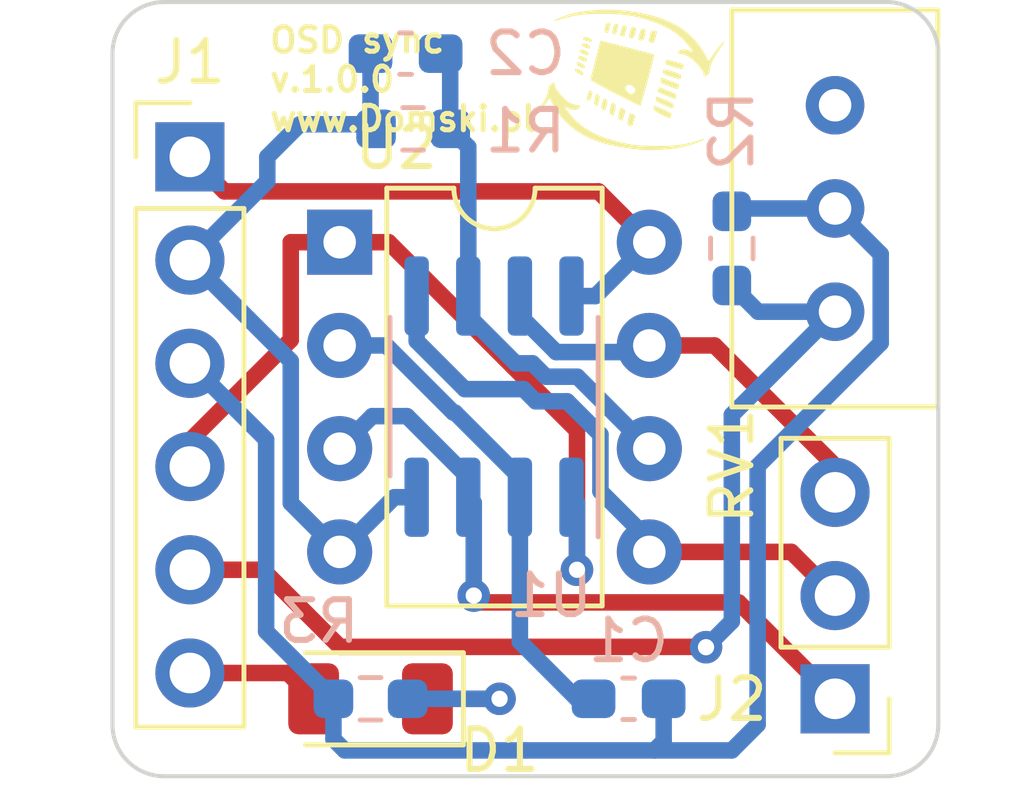
<source format=kicad_pcb>
(kicad_pcb (version 20221018) (generator pcbnew)
  (layers (0 "F.Cu" signal) (31 "B.Cu" signal) (34 "B.Paste" user) (35 "F.Paste" user) (36 "B.SilkS" user "B.Silkscreen") (37 "F.SilkS" user "F.Silkscreen") (38 "B.Mask" user) (39 "F.Mask" user) (44 "Edge.Cuts" user))
  (net 0 "")
  (net 1 "VIDEO")
  (net 2 "Net-(U1-VIDEO)")
  (net 3 "Net-(U1-INT)")
  (net 4 "GND")
  (net 5 "Net-(D1-K)")
  (net 6 "DIM")
  (net 7 "+5V")
  (net 8 "SYNC")
  (net 9 "LATCH")
  (net 10 "FRAME")
  (net 11 "BURST")
  (net 12 "O{slash}E")
  (footprint "Library:DIP-8_W7.62mm" (layer "F.Cu") (at 114.175 114.495)
    (fp_text reference "U2" (at 1.395 -2.33) (layer "F.SilkS"))
    (fp_text value "LM1881")
    (fp_line (start 1.16 -1.33) (end 1.16 8.95) (stroke (width 0.12)) (layer "F.SilkS"))
    (fp_line (start 1.16 8.95) (end 6.46 8.95) (stroke (width 0.12)) (layer "F.SilkS"))
    (fp_line (start 2.81 -1.33) (end 1.16 -1.33) (stroke (width 0.12)) (layer "F.SilkS"))
    (fp_line (start 6.46 -1.33) (end 4.81 -1.33) (stroke (width 0.12)) (layer "F.SilkS"))
    (fp_line (start 6.46 8.95) (end 6.46 -1.33) (stroke (width 0.12)) (layer "F.SilkS"))
    (fp_arc (start 4.81 -1.33) (mid 3.81 -0.33) (end 2.81 -1.33) (stroke (width 0.12)) (layer "F.SilkS"))
    (pad "1" thru_hole rect (at 0 0) (size 1.6 1.6) (drill 0.8) (layers "*.Cu" "*.Mask") (net 8 "SYNC"))
    (pad "2" thru_hole oval (at 0 2.54) (size 1.6 1.6) (drill 0.8) (layers "*.Cu" "*.Mask") (net 2 "Net-(U1-VIDEO)"))
    (pad "3" thru_hole oval (at 0 5.08) (size 1.6 1.6) (drill 0.8) (layers "*.Cu" "*.Mask") (net 10 "FRAME"))
    (pad "4" thru_hole oval (at 0 7.62) (size 1.6 1.6) (drill 0.8) (layers "*.Cu" "*.Mask") (net 4 "GND"))
    (pad "5" thru_hole oval (at 7.62 7.62) (size 1.6 1.6) (drill 0.8) (layers "*.Cu" "*.Mask") (net 11 "BURST"))
    (pad "6" thru_hole oval (at 7.62 5.08) (size 1.6 1.6) (drill 0.8) (layers "*.Cu" "*.Mask") (net 3 "Net-(U1-INT)"))
    (pad "7" thru_hole oval (at 7.62 2.54) (size 1.6 1.6) (drill 0.8) (layers "*.Cu" "*.Mask") (net 12 "O{slash}E"))
    (pad "8" thru_hole oval (at 7.62 0) (size 1.6 1.6) (drill 0.8) (layers "*.Cu" "*.Mask") (net 7 "+5V"))
  )
  (footprint "Library:Potentiometer_Bourns_3296W_Vertical" (layer "F.Cu") (at 126.365 116.205 -90)
    (fp_text reference "RV1" (at 3.8 2.54 90) (layer "F.SilkS"))
    (fp_text value "1k")
    (fp_line (start -7.425 -2.53) (end -7.425 2.54) (stroke (width 0.12)) (layer "F.SilkS"))
    (fp_line (start -7.425 -2.53) (end 2.345 -2.53) (stroke (width 0.12)) (layer "F.SilkS"))
    (fp_line (start -7.425 2.54) (end 2.345 2.54) (stroke (width 0.12)) (layer "F.SilkS"))
    (fp_line (start 2.345 -2.53) (end 2.345 2.54) (stroke (width 0.12)) (layer "F.SilkS"))
    (pad "1" thru_hole circle (at 0 0 270) (size 1.44 1.44) (drill 0.8) (layers "*.Cu" "*.Mask") (net 6 "DIM"))
    (pad "2" thru_hole circle (at -2.54 0 270) (size 1.44 1.44) (drill 0.8) (layers "*.Cu" "*.Mask") (net 1 "VIDEO"))
    (pad "3" thru_hole circle (at -5.08 0 270) (size 1.44 1.44) (drill 0.8) (layers "*.Cu" "*.Mask"))
  )
  (footprint "Library:PinHeader_1x03_P2.54mm_Vertical" (layer "F.Cu") (at 126.365 125.73 180)
    (fp_text reference "J2" (at 2.54 -0.015) (layer "F.SilkS"))
    (fp_text value "Conn_01x03")
    (fp_line (start -1.33 -1.33) (end 0 -1.33) (stroke (width 0.12)) (layer "F.SilkS"))
    (fp_line (start -1.33 0) (end -1.33 -1.33) (stroke (width 0.12)) (layer "F.SilkS"))
    (fp_line (start -1.33 1.27) (end -1.33 6.41) (stroke (width 0.12)) (layer "F.SilkS"))
    (fp_line (start -1.33 1.27) (end 1.33 1.27) (stroke (width 0.12)) (layer "F.SilkS"))
    (fp_line (start -1.33 6.41) (end 1.33 6.41) (stroke (width 0.12)) (layer "F.SilkS"))
    (fp_line (start 1.33 1.27) (end 1.33 6.41) (stroke (width 0.12)) (layer "F.SilkS"))
    (pad "1" thru_hole rect (at 0 0 180) (size 1.7 1.7) (drill 1) (layers "*.Cu" "*.Mask") (net 10 "FRAME"))
    (pad "2" thru_hole oval (at 0 2.54 180) (size 1.7 1.7) (drill 1) (layers "*.Cu" "*.Mask") (net 11 "BURST"))
    (pad "3" thru_hole oval (at 0 5.08 180) (size 1.7 1.7) (drill 1) (layers "*.Cu" "*.Mask") (net 12 "O{slash}E"))
  )
  (footprint "Library:D_1206_3216Metric" (layer "F.Cu") (at 114.935 125.73 180)
    (fp_text reference "D1" (at -3.175 -1.27) (layer "F.SilkS"))
    (fp_text value "1N4148")
    (fp_line (start -2.285 -1.135) (end -2.285 1.135) (stroke (width 0.12)) (layer "F.SilkS"))
    (fp_line (start -2.285 1.135) (end 1.6 1.135) (stroke (width 0.12)) (layer "F.SilkS"))
    (fp_line (start 1.6 -1.135) (end -2.285 -1.135) (stroke (width 0.12)) (layer "F.SilkS"))
    (pad "1" smd roundrect (at -1.4 0 180) (size 1.25 1.75) (layers "F.Cu" "F.Paste" "F.Mask") (roundrect_rratio 0.2) (net 5 "Net-(D1-K)"))
    (pad "2" smd roundrect (at 1.4 0 180) (size 1.25 1.75) (layers "F.Cu" "F.Paste" "F.Mask") (roundrect_rratio 0.2) (net 9 "LATCH"))
  )
  (footprint "Library:LOGO_1200" (layer "F.Cu") (at 121.285 110.49)
    (fp_text reference "U3" hide)
    (fp_text value "logo" hide)
    (fp_poly (pts (xy -1.040623 -0.872202) (xy -1.027456 -0.868122) (xy -0.970489 -0.839264) (xy -0.9525 -0.802692) (xy -0.959173 -0.774002) (xy -0.984298 -0.765649) (xy -1.03553 -0.776955) (xy -1.078222 -0.791527) (xy -1.138273 -0.822125) (xy -1.160424 -0.8517) (xy -1.148789 -0.874043) (xy -1.107484 -0.882946) (xy -1.040623 -0.872202)) (stroke (width 0.01)) (fill solid) (layer "F.SilkS"))
    (fp_poly (pts (xy -0.962013 -1.013753) (xy -0.949724 -1.008542) (xy -0.909655 -0.980576) (xy -0.907391 -0.95004) (xy -0.919635 -0.930903) (xy -0.943299 -0.926519) (xy -0.990013 -0.93646) (xy -1.022644 -0.945783) (xy -1.086371 -0.968793) (xy -1.114893 -0.991848) (xy -1.117372 -1.011744) (xy -1.093501 -1.037336) (xy -1.04016 -1.037976) (xy -0.962013 -1.013753)) (stroke (width 0.01)) (fill solid) (layer "F.SilkS"))
    (fp_poly (pts (xy -1.189949 -0.404099) (xy -1.154301 -0.387664) (xy -1.101481 -0.352674) (xy -1.079621 -0.316168) (xy -1.0795 -0.31358) (xy -1.088511 -0.283927) (xy -1.118876 -0.279565) (xy -1.17559 -0.300686) (xy -1.211074 -0.318574) (xy -1.265385 -0.355629) (xy -1.278688 -0.388147) (xy -1.277601 -0.391722) (xy -1.262532 -0.416106) (xy -1.23677 -0.420345) (xy -1.189949 -0.404099)) (stroke (width 0.01)) (fill solid) (layer "F.SilkS"))
    (fp_poly (pts (xy -1.242209 -0.246252) (xy -1.211791 -0.232873) (xy -1.149011 -0.197045) (xy -1.123162 -0.160693) (xy -1.121833 -0.149202) (xy -1.125024 -0.119382) (xy -1.140033 -0.109832) (xy -1.175014 -0.12091) (xy -1.238121 -0.152973) (xy -1.240819 -0.154415) (xy -1.296202 -0.189462) (xy -1.316848 -0.219032) (xy -1.314902 -0.23713) (xy -1.303676 -0.257618) (xy -1.283343 -0.260819) (xy -1.242209 -0.246252)) (stroke (width 0.01)) (fill solid) (layer "F.SilkS"))
    (fp_poly (pts (xy -1.165364 -0.567997) (xy -1.135514 -0.556685) (xy -1.069724 -0.529577) (xy -1.036361 -0.508745) (xy -1.027726 -0.486973) (xy -1.034278 -0.461803) (xy -1.045673 -0.442216) (xy -1.066494 -0.438941) (xy -1.107914 -0.452673) (xy -1.145877 -0.468748) (xy -1.205931 -0.498897) (xy -1.232401 -0.525151) (xy -1.233642 -0.550938) (xy -1.224375 -0.574303) (xy -1.205611 -0.579755) (xy -1.165364 -0.567997)) (stroke (width 0.01)) (fill solid) (layer "F.SilkS"))
    (fp_poly (pts (xy -0.92961 0.285209) (xy -0.913439 0.293883) (xy -0.897946 0.311553) (xy -0.896937 0.343652) (xy -0.910435 0.401971) (xy -0.913671 0.41356) (xy -0.93978 0.487135) (xy -0.966502 0.520866) (xy -0.996342 0.517202) (xy -1.008894 0.506639) (xy -1.020736 0.475593) (xy -1.014605 0.418311) (xy -1.00708 0.38609) (xy -0.984861 0.316703) (xy -0.96068 0.284694) (xy -0.92961 0.285209)) (stroke (width 0.01)) (fill solid) (layer "F.SilkS"))
    (fp_poly (pts (xy -1.138223 -0.731368) (xy -1.081583 -0.712776) (xy -1.073797 -0.709823) (xy -1.015151 -0.683506) (xy -0.989876 -0.659317) (xy -0.989204 -0.633074) (xy -0.996804 -0.608291) (xy -1.009685 -0.598391) (xy -1.038287 -0.603255) (xy -1.093047 -0.622761) (xy -1.116541 -0.631603) (xy -1.175015 -0.655204) (xy -1.200484 -0.673475) (xy -1.199966 -0.69488) (xy -1.187404 -0.717041) (xy -1.169591 -0.732541) (xy -1.138223 -0.731368)) (stroke (width 0.01)) (fill solid) (layer "F.SilkS"))
    (fp_poly (pts (xy -0.297495 -1.361104) (xy -0.270554 -1.353659) (xy -0.258144 -1.342201) (xy -0.258618 -1.315778) (xy -0.27033 -1.263437) (xy -0.278044 -1.231749) (xy -0.296905 -1.161771) (xy -0.31453 -1.125057) (xy -0.337397 -1.113247) (xy -0.367117 -1.116841) (xy -0.392345 -1.13021) (xy -0.397686 -1.162338) (xy -0.392193 -1.200113) (xy -0.372 -1.288889) (xy -0.350092 -1.341025) (xy -0.323137 -1.362185) (xy -0.297495 -1.361104)) (stroke (width 0.01)) (fill solid) (layer "F.SilkS"))
    (fp_poly (pts (xy 0.103147 -1.290843) (xy 0.154645 -1.278644) (xy 0.18193 -1.24927) (xy 0.181679 -1.225975) (xy 0.170239 -1.187518) (xy 0.154022 -1.127663) (xy 0.148396 -1.105959) (xy 0.124286 -1.042919) (xy 0.089986 -1.017589) (xy 0.038498 -1.025466) (xy 0.029049 -1.029155) (xy 0.018048 -1.054078) (xy 0.021364 -1.104084) (xy 0.03526 -1.165969) (xy 0.055995 -1.226527) (xy 0.079831 -1.272554) (xy 0.103029 -1.290844) (xy 0.103147 -1.290843)) (stroke (width 0.01)) (fill solid) (layer "F.SilkS"))
    (fp_poly (pts (xy -0.768668 0.369692) (xy -0.743417 0.384298) (xy -0.722119 0.401223) (xy -0.71455 0.424482) (xy -0.720012 0.465995) (xy -0.735066 0.527173) (xy -0.752449 0.591773) (xy -0.765648 0.636844) (xy -0.770782 0.650656) (xy -0.789205 0.643894) (xy -0.815137 0.626872) (xy -0.836706 0.606781) (xy -0.844544 0.580317) (xy -0.839728 0.535027) (xy -0.827949 0.478924) (xy -0.812145 0.414901) (xy -0.798647 0.37167) (xy -0.791945 0.359833) (xy -0.768668 0.369692)) (stroke (width 0.01)) (fill solid) (layer "F.SilkS"))
    (fp_poly (pts (xy -0.555979 0.488219) (xy -0.533545 0.505293) (xy -0.524702 0.527487) (xy -0.52863 0.566535) (xy -0.54451 0.634169) (xy -0.545505 0.638124) (xy -0.563962 0.703325) (xy -0.580486 0.747944) (xy -0.58998 0.761326) (xy -0.615597 0.749375) (xy -0.641178 0.731886) (xy -0.662879 0.709856) (xy -0.668986 0.680058) (xy -0.660851 0.628783) (xy -0.654175 0.600268) (xy -0.633074 0.524027) (xy -0.613017 0.483853) (xy -0.588904 0.473929) (xy -0.555979 0.488219)) (stroke (width 0.01)) (fill solid) (layer "F.SilkS"))
    (fp_poly (pts (xy -0.376781 0.582684) (xy -0.349767 0.600254) (xy -0.328909 0.619464) (xy -0.320643 0.644794) (xy -0.324101 0.687991) (xy -0.338031 0.759004) (xy -0.354401 0.826372) (xy -0.36978 0.873354) (xy -0.379847 0.889) (xy -0.406385 0.877815) (xy -0.433399 0.860245) (xy -0.454257 0.841035) (xy -0.462523 0.815705) (xy -0.459066 0.772508) (xy -0.445136 0.701495) (xy -0.428765 0.634127) (xy -0.413387 0.587145) (xy -0.40332 0.5715) (xy -0.376781 0.582684)) (stroke (width 0.01)) (fill solid) (layer "F.SilkS"))
    (fp_poly (pts (xy 0.053217 0.833175) (xy 0.095442 0.851915) (xy 0.101116 0.85481) (xy 0.163832 0.887242) (xy 0.127692 1.019264) (xy 0.106343 1.087899) (xy 0.086072 1.137513) (xy 0.072235 1.156547) (xy 0.041946 1.149588) (xy 0.007874 1.130369) (xy -0.015999 1.111262) (xy -0.026389 1.089311) (xy -0.024207 1.052833) (xy -0.010364 0.990145) (xy -0.004818 0.967507) (xy 0.01266 0.898703) (xy 0.02639 0.848659) (xy 0.032966 0.82923) (xy 0.053217 0.833175)) (stroke (width 0.01)) (fill solid) (layer "F.SilkS"))
    (fp_poly (pts (xy 0.379003 -1.241146) (xy 0.399715 -1.22963) (xy 0.414924 -1.213063) (xy 0.417906 -1.183142) (xy 0.408618 -1.129056) (xy 0.399133 -1.08865) (xy 0.379258 -1.015804) (xy 0.359343 -0.976487) (xy 0.331377 -0.962653) (xy 0.28735 -0.966253) (xy 0.27884 -0.967804) (xy 0.243428 -0.983568) (xy 0.243284 -1.012393) (xy 0.256117 -1.053592) (xy 0.272778 -1.116973) (xy 0.280287 -1.148292) (xy 0.303791 -1.217651) (xy 0.335321 -1.247666) (xy 0.379003 -1.241146)) (stroke (width 0.01)) (fill solid) (layer "F.SilkS"))
    (fp_poly (pts (xy -0.124845 0.725608) (xy -0.121708 0.727964) (xy -0.098715 0.746932) (xy -0.088233 0.766688) (xy -0.09002 0.798306) (xy -0.103836 0.852858) (xy -0.117918 0.901617) (xy -0.140186 0.971562) (xy -0.159479 1.005994) (xy -0.182659 1.010576) (xy -0.216592 0.990969) (xy -0.221732 0.987245) (xy -0.242591 0.968035) (xy -0.250857 0.942705) (xy -0.247399 0.899508) (xy -0.233469 0.828495) (xy -0.213551 0.750697) (xy -0.192131 0.710606) (xy -0.164224 0.703737) (xy -0.124845 0.725608)) (stroke (width 0.01)) (fill solid) (layer "F.SilkS"))
    (fp_poly (pts (xy -0.074648 -1.319566) (xy -0.050425 -1.288504) (xy -0.051155 -1.268308) (xy -0.062595 -1.229851) (xy -0.078811 -1.169997) (xy -0.084437 -1.148292) (xy -0.101414 -1.094484) (xy -0.117364 -1.063734) (xy -0.122524 -1.060789) (xy -0.154117 -1.067764) (xy -0.174625 -1.072925) (xy -0.197366 -1.079633) (xy -0.207867 -1.091196) (xy -0.206383 -1.117459) (xy -0.19317 -1.168271) (xy -0.178415 -1.219118) (xy -0.156227 -1.281417) (xy -0.133663 -1.322826) (xy -0.120206 -1.333176) (xy -0.074648 -1.319566)) (stroke (width 0.01)) (fill solid) (layer "F.SilkS"))
    (fp_poly (pts (xy -0.455964 -1.389736) (xy -0.451458 -1.363428) (xy -0.452397 -1.359959) (xy -0.464324 -1.31666) (xy -0.480997 -1.253718) (xy -0.486389 -1.232959) (xy -0.501293 -1.179289) (xy -0.511867 -1.148495) (xy -0.514107 -1.145456) (xy -0.535443 -1.152123) (xy -0.555625 -1.157591) (xy -0.580104 -1.167408) (xy -0.590212 -1.186855) (xy -0.586872 -1.226) (xy -0.57101 -1.294905) (xy -0.568987 -1.302961) (xy -0.550455 -1.362094) (xy -0.528613 -1.389884) (xy -0.494899 -1.396995) (xy -0.493477 -1.397) (xy -0.455964 -1.389736)) (stroke (width 0.01)) (fill solid) (layer "F.SilkS"))
    (fp_poly (pts (xy 0.965351 0.276848) (xy 1.059491 0.314453) (xy 1.120531 0.341652) (xy 1.155032 0.362842) (xy 1.169554 0.382423) (xy 1.170659 0.404794) (xy 1.169199 0.413527) (xy 1.156847 0.456173) (xy 1.145764 0.473599) (xy 1.121812 0.468946) (xy 1.068179 0.450501) (xy 0.993925 0.421538) (xy 0.941917 0.399911) (xy 0.858466 0.364531) (xy 0.789365 0.335423) (xy 0.744093 0.31657) (xy 0.732367 0.311858) (xy 0.723952 0.28855) (xy 0.732367 0.248866) (xy 0.751417 0.192933) (xy 0.965351 0.276848)) (stroke (width 0.01)) (fill solid) (layer "F.SilkS"))
    (fp_poly (pts (xy 1.010868 0.034084) (xy 1.098013 0.066432) (xy 1.169761 0.094707) (xy 1.217037 0.115237) (xy 1.230747 0.123071) (xy 1.234563 0.150914) (xy 1.223318 0.191401) (xy 1.204472 0.224045) (xy 1.191307 0.23133) (xy 1.165448 0.223591) (xy 1.109717 0.204061) (xy 1.033747 0.176168) (xy 0.987546 0.158778) (xy 0.905246 0.126856) (xy 0.838841 0.099808) (xy 0.797679 0.081508) (xy 0.789212 0.0766) (xy 0.785399 0.050017) (xy 0.791368 0.01254) (xy 0.804652 -0.04039) (xy 1.010868 0.034084)) (stroke (width 0.01)) (fill solid) (layer "F.SilkS"))
    (fp_poly (pts (xy 0.614111 -1.199017) (xy 0.621413 -1.197576) (xy 0.667835 -1.186897) (xy 0.69077 -1.178952) (xy 0.690802 -1.178921) (xy 0.689681 -1.156257) (xy 0.679246 -1.1067) (xy 0.663132 -1.043662) (xy 0.644971 -0.980555) (xy 0.628398 -0.93079) (xy 0.617426 -0.90808) (xy 0.588377 -0.90323) (xy 0.550334 -0.909034) (xy 0.519631 -0.918549) (xy 0.503627 -0.933499) (xy 0.501137 -0.96319) (xy 0.510975 -1.016928) (xy 0.527707 -1.086672) (xy 0.54549 -1.154851) (xy 0.560924 -1.190509) (xy 0.581351 -1.202335) (xy 0.614111 -1.199017)) (stroke (width 0.01)) (fill solid) (layer "F.SilkS"))
    (fp_poly (pts (xy 0.709797 0.431072) (xy 0.762167 0.449403) (xy 0.836609 0.478915) (xy 0.90949 0.5098) (xy 1.003345 0.551625) (xy 1.064013 0.581998) (xy 1.097648 0.605095) (xy 1.110406 0.625093) (xy 1.108798 0.645016) (xy 1.092285 0.686836) (xy 1.082375 0.702771) (xy 1.058754 0.700683) (xy 1.005555 0.68337) (xy 0.931374 0.65391) (xy 0.867795 0.625991) (xy 0.776802 0.583406) (xy 0.718384 0.552294) (xy 0.685998 0.527948) (xy 0.673101 0.505657) (xy 0.672498 0.485444) (xy 0.680666 0.443355) (xy 0.68777 0.427008) (xy 0.709797 0.431072)) (stroke (width 0.01)) (fill solid) (layer "F.SilkS"))
    (fp_poly (pts (xy 0.646921 0.655942) (xy 0.696686 0.674396) (xy 0.765535 0.702368) (xy 0.843811 0.735709) (xy 0.921854 0.770269) (xy 0.990007 0.8019) (xy 1.038611 0.826453) (xy 1.051173 0.833851) (xy 1.053506 0.856553) (xy 1.042373 0.896727) (xy 1.024898 0.934857) (xy 1.008241 0.951428) (xy 0.98006 0.941837) (xy 0.923801 0.916914) (xy 0.848893 0.880962) (xy 0.799042 0.85595) (xy 0.711081 0.809423) (xy 0.65535 0.774783) (xy 0.625296 0.746952) (xy 0.614364 0.720847) (xy 0.613834 0.712382) (xy 0.618494 0.668979) (xy 0.6259 0.651156) (xy 0.646921 0.655942)) (stroke (width 0.01)) (fill solid) (layer "F.SilkS"))
    (fp_poly (pts (xy 0.896487 -0.243077) (xy 0.954859 -0.230521) (xy 1.033833 -0.208394) (xy 1.091804 -0.189927) (xy 1.183436 -0.158685) (xy 1.241757 -0.135746) (xy 1.273838 -0.116703) (xy 1.28675 -0.097152) (xy 1.287564 -0.072689) (xy 1.287074 -0.06828) (xy 1.274986 -0.025738) (xy 1.259417 -0.00889) (xy 1.231364 -0.013166) (xy 1.173182 -0.028705) (xy 1.094686 -0.052747) (xy 1.042459 -0.069924) (xy 0.950887 -0.102015) (xy 0.892773 -0.126437) (xy 0.860928 -0.147349) (xy 0.848163 -0.168906) (xy 0.846667 -0.183125) (xy 0.855397 -0.226315) (xy 0.868355 -0.24374) (xy 0.896487 -0.243077)) (stroke (width 0.01)) (fill solid) (layer "F.SilkS"))
    (fp_poly (pts (xy 0.942569 -0.480691) (xy 0.996385 -0.469037) (xy 1.07348 -0.450089) (xy 1.142054 -0.432106) (xy 1.237688 -0.405853) (xy 1.299385 -0.386337) (xy 1.334208 -0.369748) (xy 1.349218 -0.352277) (xy 1.351478 -0.330113) (xy 1.350462 -0.319666) (xy 1.334975 -0.277554) (xy 1.312334 -0.261377) (xy 1.279013 -0.265656) (xy 1.216192 -0.280103) (xy 1.134726 -0.30209) (xy 1.090084 -0.315183) (xy 1.001193 -0.342762) (xy 0.945769 -0.363315) (xy 0.916506 -0.3812) (xy 0.906097 -0.400773) (xy 0.906945 -0.424404) (xy 0.91489 -0.466475) (xy 0.920787 -0.483037) (xy 0.942569 -0.480691)) (stroke (width 0.01)) (fill solid) (layer "F.SilkS"))
    (fp_poly (pts (xy -0.665871 -0.945323) (xy -0.610152 -0.932409) (xy -0.5254 -0.911706) (xy -0.417556 -0.884753) (xy -0.292563 -0.853086) (xy -0.156361 -0.81824) (xy -0.014892 -0.781755) (xy 0.125901 -0.745164) (xy 0.260078 -0.710007) (xy 0.381697 -0.677819) (xy 0.484817 -0.650138) (xy 0.563495 -0.628499) (xy 0.61179 -0.61444) (xy 0.62449 -0.609803) (xy 0.622108 -0.587143) (xy 0.609797 -0.529914) (xy 0.589196 -0.444196) (xy 0.561947 -0.336069) (xy 0.52969 -0.211613) (xy 0.494067 -0.076907) (xy 0.456717 0.061969) (xy 0.419282 0.198936) (xy 0.383402 0.327913) (xy 0.350718 0.442822) (xy 0.322872 0.537583) (xy 0.301503 0.606116) (xy 0.288252 0.642341) (xy 0.285447 0.646473) (xy 0.262201 0.638106) (xy 0.206105 0.612406) (xy 0.121814 0.571673) (xy 0.013986 0.518203) (xy -0.112722 0.454294) (xy -0.253656 0.382244) (xy -0.333151 0.341219) (xy -0.47904 0.264911) (xy -0.524878 0.240421) (xy -0.075433 0.240421) (xy -0.039974 0.300266) (xy -0.032758 0.307832) (xy 0.027589 0.347288) (xy 0.089861 0.354806) (xy 0.141912 0.330116) (xy 0.156615 0.312025) (xy 0.166191 0.262669) (xy 0.14468 0.211085) (xy 0.101909 0.165924) (xy 0.047703 0.135836) (xy -0.008111 0.129471) (xy -0.038158 0.140557) (xy -0.074923 0.184231) (xy -0.075433 0.240421) (xy -0.524878 0.240421) (xy -0.612065 0.19384) (xy -0.727735 0.130523) (xy -0.82156 0.077476) (xy -0.889049 0.037218) (xy -0.925711 0.012266) (xy -0.931109 0.006047) (xy -0.926134 -0.019869) (xy -0.912299 -0.079152) (xy -0.891423 -0.1647) (xy -0.865324 -0.269412) (xy -0.83582 -0.38619) (xy -0.804728 -0.507932) (xy -0.773866 -0.627538) (xy -0.745052 -0.737908) (xy -0.720104 -0.831941) (xy -0.70084 -0.902537) (xy -0.689078 -0.942596) (xy -0.686616 -0.948913) (xy -0.665871 -0.945323)) (stroke (width 0.01)) (fill solid) (layer "F.SilkS"))
    (fp_poly (pts (xy -0.366286 -1.710259) (xy -0.048159 -1.686709) (xy 0.262101 -1.640996) (xy 0.558423 -1.574027) (xy 0.834738 -1.486706) (xy 1.084973 -1.379938) (xy 1.303059 -1.254628) (xy 1.312334 -1.248353) (xy 1.478589 -1.116975) (xy 1.636128 -0.958563) (xy 1.77494 -0.784637) (xy 1.885012 -0.606715) (xy 1.905457 -0.565924) (xy 1.96369 -0.443931) (xy 2.104085 -0.641991) (xy 2.177634 -0.742655) (xy 2.242361 -0.825322) (xy 2.294766 -0.886013) (xy 2.331348 -0.920746) (xy 2.348607 -0.925541) (xy 2.3495 -0.921063) (xy 2.33823 -0.897233) (xy 2.307795 -0.846829) (xy 2.263264 -0.777987) (xy 2.225321 -0.721581) (xy 2.140544 -0.593646) (xy 2.079019 -0.490768) (xy 2.037012 -0.40539) (xy 2.010789 -0.329954) (xy 1.99693 -0.25936) (xy 1.984741 -0.193704) (xy 1.969052 -0.143804) (xy 1.962025 -0.131137) (xy 1.923393 -0.095696) (xy 1.882763 -0.07659) (xy 1.855014 -0.080449) (xy 1.853299 -0.0827) (xy 1.84913 -0.117851) (xy 1.852714 -0.131594) (xy 1.846239 -0.164973) (xy 1.815722 -0.219604) (xy 1.767597 -0.287357) (xy 1.708301 -0.360102) (xy 1.644269 -0.429712) (xy 1.581937 -0.488056) (xy 1.551933 -0.511529) (xy 1.449203 -0.578622) (xy 1.365274 -0.618145) (xy 1.29082 -0.634168) (xy 1.269004 -0.635) (xy 1.219768 -0.641731) (xy 1.210036 -0.662976) (xy 1.239277 -0.70032) (xy 1.245209 -0.705803) (xy 1.305616 -0.734385) (xy 1.386826 -0.737547) (xy 1.475979 -0.715533) (xy 1.508941 -0.700782) (xy 1.556978 -0.679132) (xy 1.584634 -0.672171) (xy 1.587297 -0.674324) (xy 1.575316 -0.696381) (xy 1.54359 -0.743251) (xy 1.498144 -0.80616) (xy 1.480901 -0.829292) (xy 1.328685 -1.002099) (xy 1.147318 -1.152813) (xy 0.934231 -1.283021) (xy 0.686855 -1.394309) (xy 0.423334 -1.482345) (xy 0.246895 -1.529977) (xy 0.084635 -1.565617) (xy -0.074973 -1.590759) (xy -0.243459 -1.606894) (xy -0.432352 -1.615518) (xy -0.624416 -1.618079) (xy -0.829816 -1.616614) (xy -1.003133 -1.610168) (xy -1.154452 -1.597529) (xy -1.293856 -1.577488) (xy -1.431428 -1.548834) (xy -1.577252 -1.510355) (xy -1.616524 -1.498957) (xy -1.703882 -1.474007) (xy -1.774669 -1.45527) (xy -1.820083 -1.444985) (xy -1.832123 -1.444068) (xy -1.820001 -1.45658) (xy -1.775759 -1.478674) (xy -1.707675 -1.507278) (xy -1.624026 -1.539318) (xy -1.533091 -1.571725) (xy -1.443146 -1.601425) (xy -1.36247 -1.625347) (xy -1.307153 -1.638886) (xy -1.001854 -1.687253) (xy -0.686208 -1.710742) (xy -0.366286 -1.710259)) (stroke (width 0.01)) (fill solid) (layer "F.SilkS"))
    (fp_poly (pts (xy -1.830858 0.084891) (xy -1.820563 0.125225) (xy -1.820333 0.136504) (xy -1.808168 0.177472) (xy -1.776183 0.238569) (xy -1.731141 0.306979) (xy -1.728328 0.310822) (xy -1.624092 0.434076) (xy -1.513817 0.531494) (xy -1.403484 0.598916) (xy -1.299073 0.63218) (xy -1.262341 0.635) (xy -1.211594 0.640108) (xy -1.193912 0.65823) (xy -1.194118 0.669331) (xy -1.21967 0.71506) (xy -1.274101 0.740692) (xy -1.348476 0.745161) (xy -1.43386 0.727401) (xy -1.488925 0.704499) (xy -1.533001 0.68613) (xy -1.557722 0.682935) (xy -1.558225 0.683336) (xy -1.552717 0.70548) (xy -1.524256 0.750907) (xy -1.478884 0.812055) (xy -1.422644 0.881362) (xy -1.361579 0.951267) (xy -1.301731 1.014209) (xy -1.268551 1.04582) (xy -1.083361 1.192107) (xy -0.874548 1.3162) (xy -0.637022 1.420627) (xy -0.36569 1.507918) (xy -0.306916 1.523543) (xy -0.148102 1.56265) (xy -0.008774 1.592111) (xy 0.122033 1.613187) (xy 0.255281 1.627138) (xy 0.401934 1.635223) (xy 0.572954 1.638702) (xy 0.6985 1.639096) (xy 0.911548 1.63646) (xy 1.091992 1.628333) (xy 1.249342 1.613517) (xy 1.393111 1.59081) (xy 1.532808 1.559013) (xy 1.677945 1.516926) (xy 1.685357 1.51458) (xy 1.76215 1.491186) (xy 1.821652 1.474929) (xy 1.853955 1.468451) (xy 1.856907 1.468851) (xy 1.84558 1.482078) (xy 1.801927 1.50457) (xy 1.734104 1.533202) (xy 1.650265 1.564851) (xy 1.558564 1.59639) (xy 1.467156 1.624697) (xy 1.408054 1.640827) (xy 1.230444 1.677571) (xy 1.026258 1.706124) (xy 0.809294 1.725525) (xy 0.593353 1.73481) (xy 0.392233 1.733018) (xy 0.243417 1.722085) (xy -0.032944 1.686879) (xy -0.273682 1.647725) (xy -0.485448 1.602958) (xy -0.67489 1.550915) (xy -0.848659 1.489932) (xy -1.013404 1.418346) (xy -1.058333 1.396419) (xy -1.283049 1.26254) (xy -1.488089 1.097137) (xy -1.667557 0.906188) (xy -1.815557 0.695671) (xy -1.892366 0.55058) (xy -1.94049 0.446709) (xy -2.071668 0.632869) (xy -2.136533 0.721848) (xy -2.19712 0.799443) (xy -2.249506 0.86134) (xy -2.28977 0.903226) (xy -2.31399 0.920787) (xy -2.318243 0.90971) (xy -2.315295 0.900818) (xy -2.296321 0.865914) (xy -2.258842 0.807152) (xy -2.209487 0.734739) (xy -2.184704 0.699771) (xy -2.103765 0.582912) (xy -2.046505 0.488973) (xy -2.008623 0.409105) (xy -1.985819 0.334459) (xy -1.975068 0.268427) (xy -1.960108 0.189848) (xy -1.932412 0.137702) (xy -1.907456 0.113139) (xy -1.858757 0.081147) (xy -1.830858 0.084891)) (stroke (width 0.01)) (fill solid) (layer "F.SilkS"))
  )
  (footprint "Library:PinHeader_1x06_P2.54mm_Vertical" (layer "F.Cu") (at 110.49 112.395)
    (fp_text reference "J1" (at 0 -2.33) (layer "F.SilkS"))
    (fp_text value "Conn_01x06")
    (fp_line (start -1.33 -1.33) (end 0 -1.33) (stroke (width 0.12)) (layer "F.SilkS"))
    (fp_line (start -1.33 0) (end -1.33 -1.33) (stroke (width 0.12)) (layer "F.SilkS"))
    (fp_line (start -1.33 1.27) (end -1.33 14.03) (stroke (width 0.12)) (layer "F.SilkS"))
    (fp_line (start -1.33 1.27) (end 1.33 1.27) (stroke (width 0.12)) (layer "F.SilkS"))
    (fp_line (start -1.33 14.03) (end 1.33 14.03) (stroke (width 0.12)) (layer "F.SilkS"))
    (fp_line (start 1.33 1.27) (end 1.33 14.03) (stroke (width 0.12)) (layer "F.SilkS"))
    (pad "1" thru_hole rect (at 0 0) (size 1.7 1.7) (drill 1) (layers "*.Cu" "*.Mask") (net 7 "+5V"))
    (pad "2" thru_hole oval (at 0 2.54) (size 1.7 1.7) (drill 1) (layers "*.Cu" "*.Mask") (net 4 "GND"))
    (pad "3" thru_hole oval (at 0 5.08) (size 1.7 1.7) (drill 1) (layers "*.Cu" "*.Mask") (net 1 "VIDEO"))
    (pad "4" thru_hole oval (at 0 7.62) (size 1.7 1.7) (drill 1) (layers "*.Cu" "*.Mask") (net 8 "SYNC"))
    (pad "5" thru_hole oval (at 0 10.16) (size 1.7 1.7) (drill 1) (layers "*.Cu" "*.Mask") (net 6 "DIM"))
    (pad "6" thru_hole oval (at 0 12.7) (size 1.7 1.7) (drill 1) (layers "*.Cu" "*.Mask") (net 9 "LATCH"))
  )
  (footprint "Library:R_0603_1608Metric_Pad0.98x0.95mm_HandSolder" (layer "B.Cu") (at 115.9825 111.705 180)
    (fp_text reference "R1" (at -2.7625 -0.055) (layer "B.SilkS") (effects (justify mirror)))
    (fp_text value "680k")
    (fp_line (start -0.254724 -0.5225) (end 0.254724 -0.5225) (stroke (width 0.12)) (layer "B.SilkS"))
    (fp_line (start -0.254724 0.5225) (end 0.254724 0.5225) (stroke (width 0.12)) (layer "B.SilkS"))
    (pad "1" smd roundrect (at -0.9125 0 180) (size 0.975 0.95) (layers "B.Cu" "B.Paste" "B.Mask") (net 3 "Net-(U1-INT)"))
    (pad "2" smd roundrect (at 0.9125 0 180) (size 0.975 0.95) (layers "B.Cu" "B.Paste" "B.Mask") (net 4 "GND"))
  )
  (footprint "Library:R_0603_1608Metric_Pad0.98x0.95mm_HandSolder" (layer "B.Cu") (at 114.935 125.73)
    (fp_text reference "R3" (at -1.27 -1.905) (layer "B.SilkS") (effects (justify mirror)))
    (fp_text value "120")
    (fp_line (start -0.254724 -0.5225) (end 0.254724 -0.5225) (stroke (width 0.12)) (layer "B.SilkS"))
    (fp_line (start -0.254724 0.5225) (end 0.254724 0.5225) (stroke (width 0.12)) (layer "B.SilkS"))
    (pad "1" smd roundrect (at -0.9125 0) (size 0.975 0.95) (layers "B.Cu" "B.Paste" "B.Mask") (net 1 "VIDEO"))
    (pad "2" smd roundrect (at 0.9125 0) (size 0.975 0.95) (layers "B.Cu" "B.Paste" "B.Mask") (net 5 "Net-(D1-K)"))
  )
  (footprint "Library:R_0603_1608Metric_Pad0.98x0.95mm_HandSolder" (layer "B.Cu") (at 123.825 114.6475 90)
    (fp_text reference "R2" (at 2.8975 0 90) (layer "B.SilkS") (effects (justify mirror)))
    (fp_text value "100")
    (fp_line (start -0.254724 -0.5225) (end 0.254724 -0.5225) (stroke (width 0.12)) (layer "B.SilkS"))
    (fp_line (start -0.254724 0.5225) (end 0.254724 0.5225) (stroke (width 0.12)) (layer "B.SilkS"))
    (pad "1" smd roundrect (at -0.9125 0 90) (size 0.975 0.95) (layers "B.Cu" "B.Paste" "B.Mask") (net 6 "DIM"))
    (pad "2" smd roundrect (at 0.9125 0 90) (size 0.975 0.95) (layers "B.Cu" "B.Paste" "B.Mask") (net 1 "VIDEO"))
  )
  (footprint "Library:SOIC-8_3.9x4.9mm_P1.27mm" (layer "B.Cu") (at 117.975 118.295 90)
    (fp_text reference "U1" (at -4.895 1.405 180) (layer "B.SilkS") (effects (justify mirror)))
    (fp_text value "LM1881")
    (fp_line (start 0 -2.56) (end -1.95 -2.56) (stroke (width 0.12)) (layer "B.SilkS"))
    (fp_line (start 0 -2.56) (end 1.95 -2.56) (stroke (width 0.12)) (layer "B.SilkS"))
    (fp_line (start 0 2.56) (end -3.45 2.56) (stroke (width 0.12)) (layer "B.SilkS"))
    (fp_line (start 0 2.56) (end 1.95 2.56) (stroke (width 0.12)) (layer "B.SilkS"))
    (pad "1" smd roundrect (at -2.475 1.905 90) (size 1.95 0.6) (layers "B.Cu" "B.Paste" "B.Mask") (net 8 "SYNC"))
    (pad "2" smd roundrect (at -2.475 0.635 90) (size 1.95 0.6) (layers "B.Cu" "B.Paste" "B.Mask") (net 2 "Net-(U1-VIDEO)"))
    (pad "3" smd roundrect (at -2.475 -0.635 90) (size 1.95 0.6) (layers "B.Cu" "B.Paste" "B.Mask") (net 10 "FRAME"))
    (pad "4" smd roundrect (at -2.475 -1.905 90) (size 1.95 0.6) (layers "B.Cu" "B.Paste" "B.Mask") (net 4 "GND"))
    (pad "5" smd roundrect (at 2.475 -1.905 90) (size 1.95 0.6) (layers "B.Cu" "B.Paste" "B.Mask") (net 11 "BURST"))
    (pad "6" smd roundrect (at 2.475 -0.635 90) (size 1.95 0.6) (layers "B.Cu" "B.Paste" "B.Mask") (net 3 "Net-(U1-INT)"))
    (pad "7" smd roundrect (at 2.475 0.635 90) (size 1.95 0.6) (layers "B.Cu" "B.Paste" "B.Mask") (net 12 "O{slash}E"))
    (pad "8" smd roundrect (at 2.475 1.905 90) (size 1.95 0.6) (layers "B.Cu" "B.Paste" "B.Mask") (net 7 "+5V"))
  )
  (footprint "Library:C_0603_1608Metric_Pad1.08x0.95mm_HandSolder" (layer "B.Cu") (at 121.285 125.73 180)
    (fp_text reference "C1" (at 0 1.43) (layer "B.SilkS") (effects (justify mirror)))
    (fp_text value "100n")
    (fp_line (start -0.146267 -0.51) (end 0.146267 -0.51) (stroke (width 0.12)) (layer "B.SilkS"))
    (fp_line (start -0.146267 0.51) (end 0.146267 0.51) (stroke (width 0.12)) (layer "B.SilkS"))
    (pad "1" smd roundrect (at -0.8625 0 180) (size 1.075 0.95) (layers "B.Cu" "B.Paste" "B.Mask") (net 1 "VIDEO"))
    (pad "2" smd roundrect (at 0.8625 0 180) (size 1.075 0.95) (layers "B.Cu" "B.Paste" "B.Mask") (net 2 "Net-(U1-VIDEO)"))
  )
  (footprint "Library:C_0603_1608Metric_Pad1.08x0.95mm_HandSolder" (layer "B.Cu") (at 115.7975 109.855 180)
    (fp_text reference "C2" (at -2.9475 0) (layer "B.SilkS") (effects (justify mirror)))
    (fp_text value "100n")
    (fp_line (start -0.146267 -0.51) (end 0.146267 -0.51) (stroke (width 0.12)) (layer "B.SilkS"))
    (fp_line (start -0.146267 0.51) (end 0.146267 0.51) (stroke (width 0.12)) (layer "B.SilkS"))
    (pad "1" smd roundrect (at -0.8625 0 180) (size 1.075 0.95) (layers "B.Cu" "B.Paste" "B.Mask") (net 3 "Net-(U1-INT)"))
    (pad "2" smd roundrect (at 0.8625 0 180) (size 1.075 0.95) (layers "B.Cu" "B.Paste" "B.Mask") (net 4 "GND"))
  )
  (gr_line (start 109.855 108.585) (end 127.635 108.585) (stroke (width 0.1)) (layer "Edge.Cuts"))
  (gr_line (start 127.635 127.635) (end 109.855 127.635) (stroke (width 0.1)) (layer "Edge.Cuts"))
  (gr_arc (start 109.855 127.635) (mid 108.956974 127.263026) (end 108.585 126.365) (stroke (width 0.1)) (layer "Edge.Cuts"))
  (gr_line (start 108.585 126.365) (end 108.585 109.855) (stroke (width 0.1)) (layer "Edge.Cuts"))
  (gr_arc (start 108.585 109.855) (mid 108.956974 108.956974) (end 109.855 108.585) (stroke (width 0.1)) (layer "Edge.Cuts"))
  (gr_arc (start 127.635 108.585) (mid 128.533026 108.956974) (end 128.905 109.855) (stroke (width 0.1)) (layer "Edge.Cuts"))
  (gr_line (start 128.905 109.855) (end 128.905 126.365) (stroke (width 0.1)) (layer "Edge.Cuts"))
  (gr_arc (start 128.905 126.365) (mid 128.533026 127.263026) (end 127.635 127.635) (stroke (width 0.1)) (layer "Edge.Cuts"))
  (gr_text "OSD sync\nv.1.0.0\nwww.Domski.pl" (at 112.395 110.49) (layer "F.SilkS") (effects (font (size 0.6 0.6) (thickness 0.125)) (justify left)))
  (segment (start 121.92 127) (end 123.825 127) (width 0.4064) (layer "B.Cu") (net 1))
  (segment (start 124.46 126.365) (end 124.46 120.005) (width 0.4064) (layer "B.Cu") (net 1))
  (segment (start 123.825 127) (end 124.46 126.365) (width 0.4064) (layer "B.Cu") (net 1))
  (segment (start 112.365899 119.350899) (end 112.365899 124.073399) (width 0.4064) (layer "B.Cu") (net 1))
  (segment (start 121.92 127) (end 118.745 127) (width 0.4064) (layer "B.Cu") (net 1))
  (segment (start 124.46 120.005) (end 127.4882 116.9768) (width 0.4064) (layer "B.Cu") (net 1))
  (segment (start 112.365899 124.073399) (end 114.0225 125.73) (width 0.4064) (layer "B.Cu") (net 1))
  (segment (start 126.365 113.665) (end 123.895 113.665) (width 0.4064) (layer "B.Cu") (net 1))
  (segment (start 122.1475 125.73) (end 122.1475 126.7725) (width 0.4064) (layer "B.Cu") (net 1))
  (segment (start 123.895 113.665) (end 123.825 113.735) (width 0.4064) (layer "B.Cu") (net 1))
  (segment (start 122.1475 126.7725) (end 121.92 127) (width 0.4064) (layer "B.Cu") (net 1))
  (segment (start 127.4882 114.7882) (end 126.365 113.665) (width 0.4064) (layer "B.Cu") (net 1))
  (segment (start 114.0225 126.7225) (end 114.3 127) (width 0.4064) (layer "B.Cu") (net 1))
  (segment (start 114.3 127) (end 118.745 127) (width 0.4064) (layer "B.Cu") (net 1))
  (segment (start 110.49 117.475) (end 112.365899 119.350899) (width 0.4064) (layer "B.Cu") (net 1))
  (segment (start 114.0225 125.73) (end 114.0225 126.7225) (width 0.4064) (layer "B.Cu") (net 1))
  (segment (start 127.4882 116.9768) (end 127.4882 114.7882) (width 0.4064) (layer "B.Cu") (net 1))
  (segment (start 120.015 125.73) (end 120.4225 125.73) (width 0.4064) (layer "B.Cu") (net 2))
  (segment (start 116.973056 118.686802) (end 117.014145 118.686802) (width 0.4064) (layer "B.Cu") (net 2))
  (segment (start 117.014145 118.686802) (end 118.61 120.282657) (width 0.4064) (layer "B.Cu") (net 2))
  (segment (start 115.321254 117.035) (end 116.973056 118.686802) (width 0.4064) (layer "B.Cu") (net 2))
  (segment (start 114.175 117.035) (end 115.321254 117.035) (width 0.4064) (layer "B.Cu") (net 2))
  (segment (start 118.61 120.282657) (end 118.61 120.77) (width 0.4064) (layer "B.Cu") (net 2))
  (segment (start 118.61 124.325) (end 120.015 125.73) (width 0.4064) (layer "B.Cu") (net 2))
  (segment (start 118.61 120.77) (end 118.61 124.325) (width 0.4064) (layer "B.Cu") (net 2))
  (segment (start 118.920783 117.475) (end 118.507657 117.475) (width 0.4064) (layer "B.Cu") (net 3))
  (segment (start 117.34 116.307343) (end 117.34 115.82) (width 0.4064) (layer "B.Cu") (net 3))
  (segment (start 116.895 110.09) (end 116.66 109.855) (width 0.4064) (layer "B.Cu") (net 3))
  (segment (start 117.34 112.15) (end 117.34 115.82) (width 0.4064) (layer "B.Cu") (net 3))
  (segment (start 119.249884 117.804101) (end 118.920783 117.475) (width 0.4064) (layer "B.Cu") (net 3))
  (segment (start 120.024101 117.804101) (end 119.249884 117.804101) (width 0.4064) (layer "B.Cu") (net 3))
  (segment (start 121.795 119.575) (end 120.024101 117.804101) (width 0.4064) (layer "B.Cu") (net 3))
  (segment (start 118.507657 117.475) (end 117.34 116.307343) (width 0.4064) (layer "B.Cu") (net 3))
  (segment (start 116.895 111.705) (end 116.895 110.09) (width 0.4064) (layer "B.Cu") (net 3))
  (segment (start 117.34 112.15) (end 116.895 111.705) (width 0.4064) (layer "B.Cu") (net 3))
  (segment (start 116.07 120.77) (end 115.52 120.77) (width 0.4064) (layer "B.Cu") (net 4))
  (segment (start 112.395 112.9964) (end 110.49 114.9014) (width 0.4064) (layer "B.Cu") (net 4))
  (segment (start 115.07 111.705) (end 114.9573 111.5923) (width 0.4064) (layer "B.Cu") (net 4))
  (segment (start 110.49 114.935) (end 112.9718 117.4168) (width 0.4064) (layer "B.Cu") (net 4))
  (segment (start 112.9718 117.4168) (end 112.9718 120.9118) (width 0.4064) (layer "B.Cu") (net 4))
  (segment (start 110.49 114.9014) (end 110.49 114.935) (width 0.4064) (layer "B.Cu") (net 4))
  (segment (start 112.395 112.395) (end 112.395 112.9964) (width 0.4064) (layer "B.Cu") (net 4))
  (segment (start 115.07 111.705) (end 114.9023 111.5373) (width 0.4064) (layer "B.Cu") (net 4))
  (segment (start 114.935 109.855) (end 114.935 111.57) (width 0.4064) (layer "B.Cu") (net 4))
  (segment (start 113.1977 111.5923) (end 112.395 112.395) (width 0.4064) (layer "B.Cu") (net 4))
  (segment (start 114.935 111.57) (end 115.07 111.705) (width 0.4064) (layer "B.Cu") (net 4))
  (segment (start 112.9718 120.9118) (end 114.175 122.115) (width 0.4064) (layer "B.Cu") (net 4))
  (segment (start 115.52 120.77) (end 114.175 122.115) (width 0.4064) (layer "B.Cu") (net 4))
  (segment (start 114.9573 111.5923) (end 113.1977 111.5923) (width 0.4064) (layer "B.Cu") (net 4))
  (segment (start 116.335 125.73) (end 118.11 125.73) (width 0.4064) (layer "F.Cu") (net 5))
  (via (at 118.11 125.73) (size 0.8) (drill 0.4) (layers "F.Cu" "B.Cu") (net 5))
  (segment (start 118.11 125.73) (end 115.8475 125.73) (width 0.4064) (layer "B.Cu") (net 5))
  (segment (start 114.180564 124.4518) (end 123.1818 124.4518) (width 0.4064) (layer "F.Cu") (net 6))
  (segment (start 123.1818 124.4518) (end 123.19 124.46) (width 0.4064) (layer "F.Cu") (net 6))
  (segment (start 112.283764 122.555) (end 114.180564 124.4518) (width 0.4064) (layer "F.Cu") (net 6))
  (segment (start 112.283764 122.555) (end 110.49 122.555) (width 0.4064) (layer "F.Cu") (net 6))
  (via (at 123.19 124.46) (size 0.8) (drill 0.4) (layers "F.Cu" "B.Cu") (net 6))
  (segment (start 123.825 123.825) (end 123.825 118.745) (width 0.4064) (layer "B.Cu") (net 6))
  (segment (start 124.47 116.205) (end 123.825 115.56) (width 0.4064) (layer "B.Cu") (net 6))
  (segment (start 123.825 118.745) (end 126.365 116.205) (width 0.4064) (layer "B.Cu") (net 6))
  (segment (start 126.365 116.205) (end 124.47 116.205) (width 0.4064) (layer "B.Cu") (net 6))
  (segment (start 123.19 124.46) (end 123.825 123.825) (width 0.4064) (layer "B.Cu") (net 6))
  (segment (start 120.544101 113.244101) (end 121.795 114.495) (width 0.4064) (layer "F.Cu") (net 7))
  (segment (start 110.49 112.395) (end 111.339101 113.244101) (width 0.4064) (layer "F.Cu") (net 7))
  (segment (start 111.339101 113.244101) (end 120.544101 113.244101) (width 0.4064) (layer "F.Cu") (net 7))
  (segment (start 120.47 115.82) (end 121.795 114.495) (width 0.4064) (layer "B.Cu") (net 7))
  (segment (start 119.88 115.82) (end 120.47 115.82) (width 0.4064) (layer "B.Cu") (net 7))
  (segment (start 114.175 114.495) (end 112.9718 114.495) (width 0.4064) (layer "F.Cu") (net 8))
  (segment (start 120.015 119.1286) (end 120.015 122.555) (width 0.4064) (layer "F.Cu") (net 8))
  (segment (start 110.49 119.38) (end 110.49 120.015) (width 0.4064) (layer "F.Cu") (net 8))
  (segment (start 112.9718 116.8982) (end 110.49 119.38) (width 0.4064) (layer "F.Cu") (net 8))
  (segment (start 112.9718 114.495) (end 112.9718 116.8982) (width 0.4064) (layer "F.Cu") (net 8))
  (segment (start 115.3814 114.495) (end 120.015 119.1286) (width 0.4064) (layer "F.Cu") (net 8))
  (segment (start 114.175 114.495) (end 115.3814 114.495) (width 0.4064) (layer "F.Cu") (net 8))
  (via (at 120.015 122.555) (size 0.8) (drill 0.4) (layers "F.Cu" "B.Cu") (net 8))
  (segment (start 119.88 120.77) (end 120.015 120.905) (width 0.4064) (layer "B.Cu") (net 8))
  (segment (start 120.015 120.905) (end 120.015 122.555) (width 0.4064) (layer "B.Cu") (net 8))
  (segment (start 112.9 125.095) (end 113.535 125.73) (width 0.4064) (layer "F.Cu") (net 9))
  (segment (start 112.9 125.095) (end 110.49 125.095) (width 0.4064) (layer "F.Cu") (net 9))
  (segment (start 123.9927 123.3577) (end 117.6427 123.3577) (width 0.4064) (layer "F.Cu") (net 10))
  (segment (start 126.365 125.73) (end 123.9927 123.3577) (width 0.4064) (layer "F.Cu") (net 10))
  (segment (start 117.6427 123.3577) (end 117.475 123.19) (width 0.4064) (layer "F.Cu") (net 10))
  (via (at 117.475 123.19) (size 0.8) (drill 0.4) (layers "F.Cu" "B.Cu") (net 10))
  (segment (start 114.175 119.575) (end 114.974999 118.775001) (width 0.4064) (layer "B.Cu") (net 10))
  (segment (start 114.974999 118.775001) (end 115.832344 118.775001) (width 0.4064) (layer "B.Cu") (net 10))
  (segment (start 117.34 120.282657) (end 117.34 120.77) (width 0.4064) (layer "B.Cu") (net 10))
  (segment (start 117.475 123.19) (end 117.475 120.905) (width 0.4064) (layer "B.Cu") (net 10))
  (segment (start 115.832344 118.775001) (end 117.34 120.282657) (width 0.4064) (layer "B.Cu") (net 10))
  (segment (start 117.475 120.905) (end 117.34 120.77) (width 0.4064) (layer "B.Cu") (net 10))
  (segment (start 125.29 122.115) (end 126.365 123.19) (width 0.4064) (layer "F.Cu") (net 11))
  (segment (start 121.795 122.115) (end 125.29 122.115) (width 0.4064) (layer "F.Cu") (net 11))
  (segment (start 119.773128 118.410002) (end 120.5918 119.228674) (width 0.4064) (layer "B.Cu") (net 11))
  (segment (start 120.5918 120.624926) (end 121.795 121.828126) (width 0.4064) (layer "B.Cu") (net 11))
  (segment (start 118.69891 118.11) (end 118.998912 118.410002) (width 0.4064) (layer "B.Cu") (net 11))
  (segment (start 121.795 121.828126) (end 121.795 122.115) (width 0.4064) (layer "B.Cu") (net 11))
  (segment (start 116.07 116.926873) (end 117.253127 118.11) (width 0.4064) (layer "B.Cu") (net 11))
  (segment (start 116.07 115.82) (end 116.07 116.926873) (width 0.4064) (layer "B.Cu") (net 11))
  (segment (start 118.998912 118.410002) (end 119.773128 118.410002) (width 0.4064) (layer "B.Cu") (net 11))
  (segment (start 120.5918 119.228674) (end 120.5918 120.624926) (width 0.4064) (layer "B.Cu") (net 11))
  (segment (start 117.253127 118.11) (end 118.69891 118.11) (width 0.4064) (layer "B.Cu") (net 11))
  (segment (start 123.4 117.035) (end 126.365 120) (width 0.4064) (layer "F.Cu") (net 12))
  (segment (start 121.795 117.035) (end 123.4 117.035) (width 0.4064) (layer "F.Cu") (net 12))
  (segment (start 126.365 120) (end 126.365 120.65) (width 0.4064) (layer "F.Cu") (net 12))
  (segment (start 118.61 115.82) (end 118.61 116.307343) (width 0.4064) (layer "B.Cu") (net 12))
  (segment (start 119.500857 117.1982) (end 121.6318 117.1982) (width 0.4064) (layer "B.Cu") (net 12))
  (segment (start 118.61 116.307343) (end 119.500857 117.1982) (width 0.4064) (layer "B.Cu") (net 12))
  (segment (start 121.6318 117.1982) (end 121.795 117.035) (width 0.4064) (layer "B.Cu") (net 12))
)
</source>
